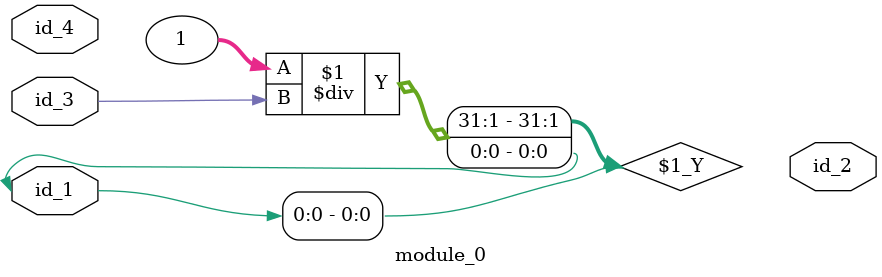
<source format=v>
module module_0 (
    id_1,
    id_2,
    id_3,
    id_4
);
  inout id_4;
  inout id_3;
  output id_2;
  inout id_1;
  assign id_1 = 1 / id_3;
endmodule

</source>
